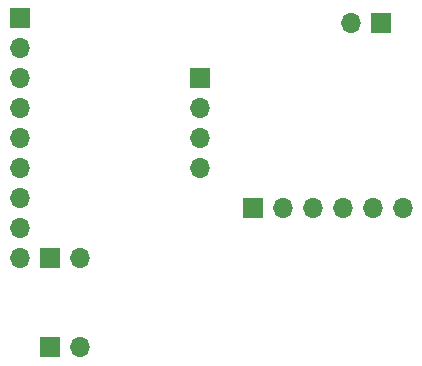
<source format=gbr>
%TF.GenerationSoftware,KiCad,Pcbnew,9.0.0*%
%TF.CreationDate,2025-05-12T14:44:43+01:00*%
%TF.ProjectId,KiCAD_uPicomac3_2,4b694341-445f-4755-9069-636f6d616333,rev?*%
%TF.SameCoordinates,Original*%
%TF.FileFunction,Soldermask,Bot*%
%TF.FilePolarity,Negative*%
%FSLAX46Y46*%
G04 Gerber Fmt 4.6, Leading zero omitted, Abs format (unit mm)*
G04 Created by KiCad (PCBNEW 9.0.0) date 2025-05-12 14:44:43*
%MOMM*%
%LPD*%
G01*
G04 APERTURE LIST*
%ADD10R,1.700000X1.700000*%
%ADD11O,1.700000X1.700000*%
G04 APERTURE END LIST*
D10*
%TO.C,J6*%
X118005000Y-55890000D03*
D11*
X118005000Y-58430000D03*
X118005000Y-60970000D03*
X118005000Y-63510000D03*
%TD*%
D10*
%TO.C,J2*%
X122416803Y-66904054D03*
D11*
X124956803Y-66904054D03*
X127496803Y-66904054D03*
X130036803Y-66904054D03*
X132576803Y-66904054D03*
X135116803Y-66904054D03*
%TD*%
D10*
%TO.C,J3*%
X102740000Y-50800000D03*
D11*
X102740000Y-53340000D03*
X102740000Y-55880000D03*
X102740000Y-58420000D03*
X102740000Y-60960000D03*
X102740000Y-63500000D03*
X102740000Y-66040000D03*
X102740000Y-68580000D03*
X102740000Y-71120000D03*
%TD*%
D10*
%TO.C,J4*%
X105280000Y-71130549D03*
D11*
X107820000Y-71130549D03*
%TD*%
D10*
%TO.C,J9*%
X133266726Y-51179301D03*
D11*
X130726726Y-51179301D03*
%TD*%
D10*
%TO.C,J7*%
X105290735Y-78664243D03*
D11*
X107830735Y-78664243D03*
%TD*%
M02*

</source>
